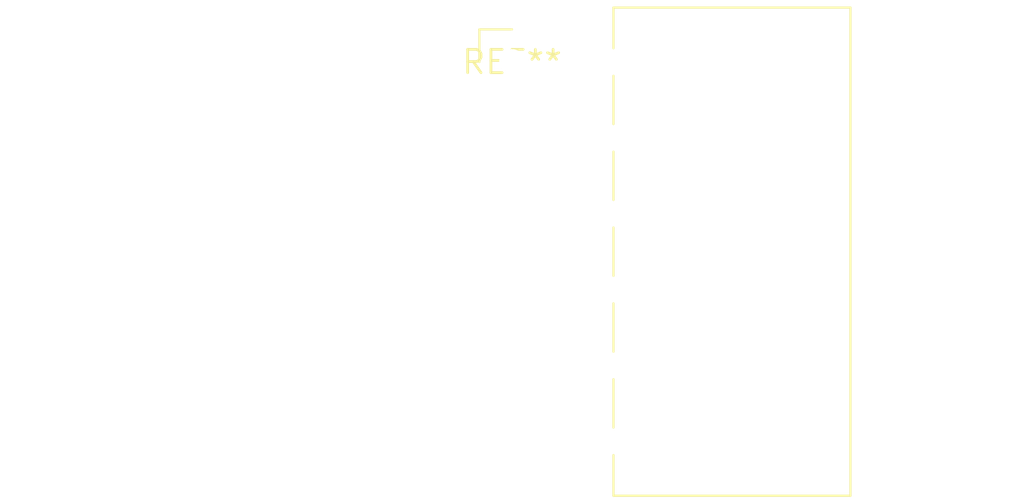
<source format=kicad_pcb>
(kicad_pcb (version 20240108) (generator pcbnew)
  (layers (0 "F.Cu" signal) (31 "B.Cu" signal) (34 "B.Paste" user) (35 "F.Paste" user) (36 "B.SilkS" user "B.Silkscreen") (37 "F.SilkS" user "F.Silkscreen") (38 "B.Mask" user) (39 "F.Mask" user) (44 "Edge.Cuts" user))
  (net 0 "")
  (footprint "TE_MATE-N-LOK_1-770972-x_2x06_P4.14mm_Horizontal" (layer "F.Cu") (at 0 0)
    (property "Reference" "REF**")
    (property "Value" "TE_MATE-N-LOK_1-770972-x_2x06_P4.14mm_Horizontal")
    (fp_line (start -1.78 -1.78) (end -1.78 0) (layer "F.SilkS") (stroke (width 0.12)))
    (fp_line (start 0 -1.78) (end -1.78 -1.78) (layer "F.SilkS") (stroke (width 0.12)))
    (fp_line (start 5.53 -2.97) (end 18.45 -2.97) (layer "F.SilkS") (stroke (width 0.12)))
    (fp_line (start 5.53 -0.751199) (end 5.53 -2.97) (layer "F.SilkS") (stroke (width 0.12)))
    (fp_line (start 5.53 0.751199) (end 5.53 3.388801) (layer "F.SilkS") (stroke (width 0.12)))
    (fp_line (start 5.53 4.891199) (end 5.53 7.528801) (layer "F.SilkS") (stroke (width 0.12)))
    (fp_line (start 5.53 9.031199) (end 5.53 11.668801) (layer "F.SilkS") (stroke (width 0.12)))
    (fp_line (start 5.53 13.171199) (end 5.53 15.808801) (layer "F.SilkS") (stroke (width 0.12)))
    (fp_line (start 5.53 17.311199) (end 5.53 19.948801) (layer "F.SilkS") (stroke (width 0.12)))
    (fp_line (start 5.53 23.67) (end 5.53 21.451199) (layer "F.SilkS") (stroke (width 0.12)))
    (fp_line (start 18.45 -2.97) (end 18.45 23.67) (layer "F.SilkS") (stroke (width 0.12)))
    (fp_line (start 18.45 23.67) (end 5.53 23.67) (layer "F.SilkS") (stroke (width 0.12)))
    (pad "" np_thru_hole circle (at 11.48 10.35) (size 3.86 3.86) (drill 3.86) (layers *.Cu *.Mask))
    (pad "1" thru_hole roundrect (at 0 0) (size 2.64 2.64) (drill 1.4) (layers *.Cu *.Mask) (remove_unused_layers) (roundrect_rratio 0.094697))
    (pad "2" thru_hole circle (at 0 4.14) (size 2.64 2.64) (drill 1.4) (layers *.Cu *.Mask) (remove_unused_layers))
    (pad "3" thru_hole circle (at 0 8.28) (size 2.64 2.64) (drill 1.4) (layers *.Cu *.Mask) (remove_unused_layers))
    (pad "4" thru_hole circle (at 0 12.42) (size 2.64 2.64) (drill 1.4) (layers *.Cu *.Mask) (remove_unused_layers))
    (pad "5" thru_hole circle (at 0 16.56) (size 2.64 2.64) (drill 1.4) (layers *.Cu *.Mask) (remove_unused_layers))
    (pad "6" thru_hole circle (at 0 20.7) (size 2.64 2.64) (drill 1.4) (layers *.Cu *.Mask) (remove_unused_layers))
    (pad "7" thru_hole circle (at 4.14 0) (size 2.64 2.64) (drill 1.4) (layers *.Cu *.Mask) (remove_unused_layers))
    (pad "8" thru_hole circle (at 4.14 4.14) (size 2.64 2.64) (drill 1.4) (layers *.Cu *.Mask) (remove_unused_layers))
    (pad "9" thru_hole circle (at 4.14 8.28) (size 2.64 2.64) (drill 1.4) (layers *.Cu *.Mask) (remove_unused_layers))
    (pad "10" thru_hole circle (at 4.14 12.42) (size 2.64 2.64) (drill 1.4) (layers *.Cu *.Mask) (remove_unused_layers))
    (pad "11" thru_hole circle (at 4.14 16.56) (size 2.64 2.64) (drill 1.4) (layers *.Cu *.Mask) (remove_unused_layers))
    (pad "12" thru_hole circle (at 4.14 20.7) (size 2.64 2.64) (drill 1.4) (layers *.Cu *.Mask) (remove_unused_layers))
  )
)
</source>
